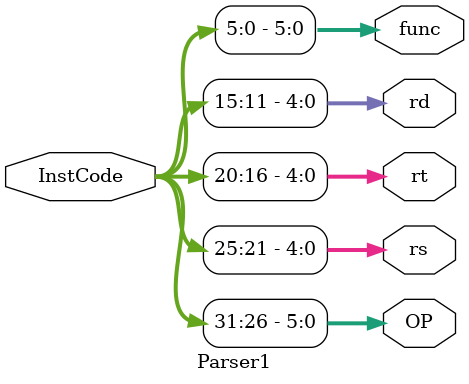
<source format=v>
module Parser1(input [31:0] InstCode, output [5:0] OP, output [4:0] rs, output [4:0] rt, output [4:0] rd, output [5:0] func);
    // assign OP=InstCode[5:0];
    // assign rs=InstCode[10:6];
    // assign rt=InstCode[15:11];
    // assign rd=InstCode[20:16];
    // assign func=InstCode[31:26];
    assign OP=InstCode[31:26];
    assign rs=InstCode[25:21];
    assign rt=InstCode[20:16];
    assign rd=InstCode[15:11];
    assign func=InstCode[5:0];
endmodule

</source>
